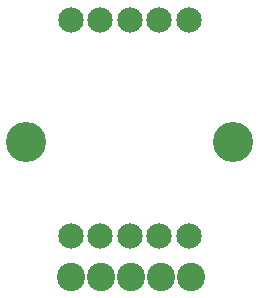
<source format=gbr>
%FSLAX34Y34*%
%MOMM*%
%LNSOLDERMASK_TOP*%
G71*
G01*
%ADD10C, 2.150*%
%ADD11C, 3.400*%
%ADD12C, 2.400*%
%LPD*%
X164550Y-209600D02*
G54D10*
D03*
X139550Y-209600D02*
G54D10*
D03*
X114550Y-209600D02*
G54D10*
D03*
X89550Y-209600D02*
G54D10*
D03*
X64550Y-209600D02*
G54D10*
D03*
X64550Y-26600D02*
G54D10*
D03*
X89550Y-26600D02*
G54D10*
D03*
X114550Y-26600D02*
G54D10*
D03*
X139550Y-26600D02*
G54D10*
D03*
X164550Y-26600D02*
G54D10*
D03*
X27050Y-129600D02*
G54D11*
D03*
X202050Y-129600D02*
G54D11*
D03*
X166138Y-244025D02*
G54D12*
D03*
X140738Y-244025D02*
G54D12*
D03*
X115338Y-244025D02*
G54D12*
D03*
X89938Y-244025D02*
G54D12*
D03*
X64538Y-244025D02*
G54D12*
D03*
M02*

</source>
